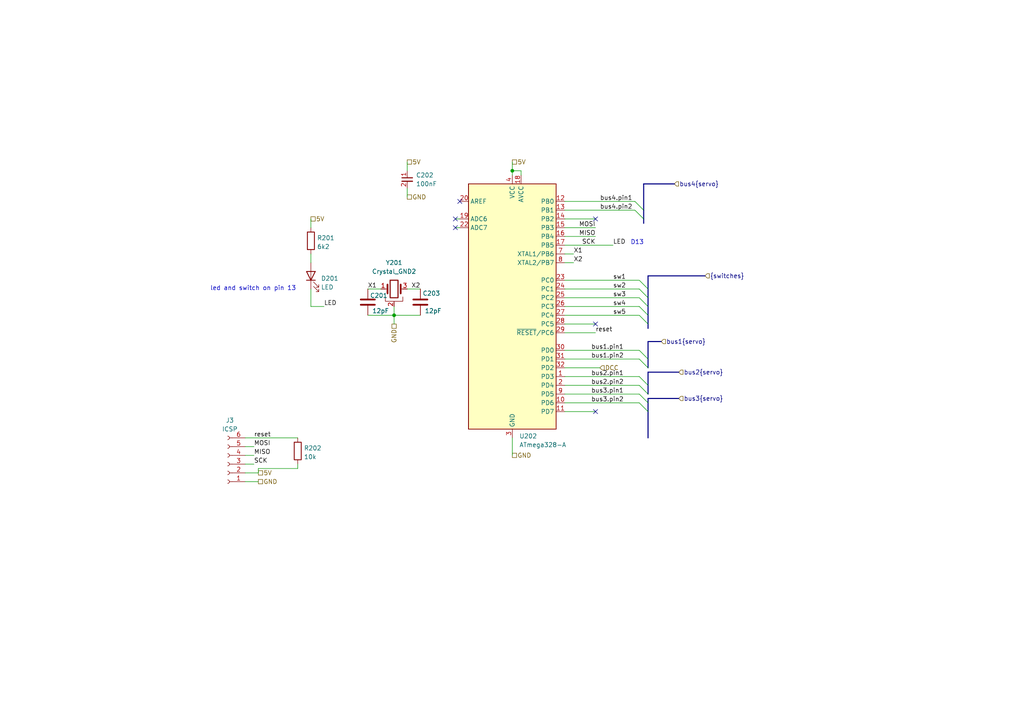
<source format=kicad_sch>
(kicad_sch (version 20231120) (generator "eeschema") (generator_version "8.0")
  (paper "A4")
  (lib_symbols
    (symbol "Connector:Conn_01x06_Socket" (pin_names (offset 1.016) hide)
      (property "Reference" "J" (at 0 7.62 0))
      (property "Value" "Conn_01x06_Socket" (at 0 -10.16 0))
      (symbol "Conn_01x06_Socket_1_1"
        (arc (start 0 -7.112) (mid -0.5058 -7.62) (end 0 -8.128) (stroke (width 0.1524)))
        (arc (start 0 -4.572) (mid -0.5058 -5.08) (end 0 -5.588) (stroke (width 0.1524)))
        (arc (start 0 -2.032) (mid -0.5058 -2.54) (end 0 -3.048) (stroke (width 0.1524)))
        (polyline (pts (xy -1.27 -7.62) (xy -0.508 -7.62)) (stroke (width 0.1524)))
        (polyline (pts (xy -1.27 -5.08) (xy -0.508 -5.08)) (stroke (width 0.1524)))
        (polyline (pts (xy -1.27 -2.54) (xy -0.508 -2.54)) (stroke (width 0.1524)))
        (polyline (pts (xy -1.27 0) (xy -0.508 0)) (stroke (width 0.1524)))
        (polyline (pts (xy -1.27 2.54) (xy -0.508 2.54)) (stroke (width 0.1524)))
        (polyline (pts (xy -1.27 5.08) (xy -0.508 5.08)) (stroke (width 0.1524)))
        (arc (start 0 0.508) (mid -0.5058 0) (end 0 -0.508) (stroke (width 0.1524)))
        (arc (start 0 3.048) (mid -0.5058 2.54) (end 0 2.032) (stroke (width 0.1524)))
        (arc (start 0 5.588) (mid -0.5058 5.08) (end 0 4.572) (stroke (width 0.1524)))
        (pin passive line (at -5.08 5.08 0) (length 3.81) (name "Pin_1") (number "1"))
        (pin passive line (at -5.08 2.54 0) (length 3.81) (name "Pin_2") (number "2"))
        (pin passive line (at -5.08 0 0) (length 3.81) (name "Pin_3") (number "3"))
        (pin passive line (at -5.08 -2.54 0) (length 3.81) (name "Pin_4") (number "4"))
        (pin passive line (at -5.08 -5.08 0) (length 3.81) (name "Pin_5") (number "5"))
        (pin passive line (at -5.08 -7.62 0) (length 3.81) (name "Pin_6") (number "6"))
      )
    )
    (symbol "Device:C" (pin_numbers hide) (pin_names (offset 0.254))
      (property "Reference" "C" (at 0.635 2.54 0))
      (property "Value" "C" (at 0.635 -2.54 0))
      (symbol "C_0_1"
        (polyline (pts (xy -2.032 -0.762) (xy 2.032 -0.762)) (stroke (width 0.508)))
        (polyline (pts (xy -2.032 0.762) (xy 2.032 0.762)) (stroke (width 0.508)))
      )
      (symbol "C_1_1"
        (pin passive line (at 0 3.81 270) (length 2.794) (name "~") (number "1"))
        (pin passive line (at 0 -3.81 90) (length 2.794) (name "~") (number "2"))
      )
    )
    (symbol "Device:LED" (pin_numbers hide) (pin_names (offset 1.016) hide)
      (property "Reference" "D" (at 0 2.54 0))
      (property "Value" "LED" (at 0 -2.54 0))
      (symbol "LED_0_1"
        (polyline (pts (xy -1.27 -1.27) (xy -1.27 1.27)) (stroke (width 0.254)))
        (polyline (pts (xy -1.27 0) (xy 1.27 0)))
        (polyline (pts (xy 1.27 -1.27) (xy 1.27 1.27) (xy -1.27 0) (xy 1.27 -1.27)) (stroke (width 0.254)))
        (polyline (pts (xy -3.048 -0.762) (xy -4.572 -2.286) (xy -3.81 -2.286) (xy -4.572 -2.286) (xy -4.572 -1.524)))
        (polyline (pts (xy -1.778 -0.762) (xy -3.302 -2.286) (xy -2.54 -2.286) (xy -3.302 -2.286) (xy -3.302 -1.524)))
      )
      (symbol "LED_1_1"
        (pin passive line (at -3.81 0 0) (length 2.54) (name "K") (number "1"))
        (pin passive line (at 3.81 0 180) (length 2.54) (name "A") (number "2"))
      )
    )
    (symbol "Device:R" (pin_numbers hide) (pin_names (offset 0))
      (property "Reference" "R" (at 2.032 0 90))
      (property "Value" "R" (at 0 0 90))
      (symbol "R_0_1"
        (rectangle (start -1.016 -2.54) (end 1.016 2.54) (stroke (width 0.254)))
      )
      (symbol "R_1_1"
        (pin passive line (at 0 3.81 270) (length 1.27) (name "~") (number "1"))
        (pin passive line (at 0 -3.81 90) (length 1.27) (name "~") (number "2"))
      )
    )
    (symbol "MCU_Microchip_ATmega:ATmega328-A"
      (property "Reference" "U" (at -12.7 36.83 0))
      (property "Value" "ATmega328-A" (at 2.54 -36.83 0))
      (symbol "ATmega328-A_0_1"
        (rectangle (start -12.7 -35.56) (end 12.7 35.56) (stroke (width 0.254)) (fill (type background)))
      )
      (symbol "ATmega328-A_1_1"
        (pin bidirectional line (at 15.24 -20.32 180) (length 2.54) (name "PD3") (number "1"))
        (pin bidirectional line (at 15.24 -27.94 180) (length 2.54) (name "PD6") (number "10"))
        (pin bidirectional line (at 15.24 -30.48 180) (length 2.54) (name "PD7") (number "11"))
        (pin bidirectional line (at 15.24 30.48 180) (length 2.54) (name "PB0") (number "12"))
        (pin bidirectional line (at 15.24 27.94 180) (length 2.54) (name "PB1") (number "13"))
        (pin bidirectional line (at 15.24 25.4 180) (length 2.54) (name "PB2") (number "14"))
        (pin bidirectional line (at 15.24 22.86 180) (length 2.54) (name "PB3") (number "15"))
        (pin bidirectional line (at 15.24 20.32 180) (length 2.54) (name "PB4") (number "16"))
        (pin bidirectional line (at 15.24 17.78 180) (length 2.54) (name "PB5") (number "17"))
        (pin power_in line (at 2.54 38.1 270) (length 2.54) (name "AVCC") (number "18"))
        (pin input line (at -15.24 25.4 0) (length 2.54) (name "ADC6") (number "19"))
        (pin bidirectional line (at 15.24 -22.86 180) (length 2.54) (name "PD4") (number "2"))
        (pin passive line (at -15.24 30.48 0) (length 2.54) (name "AREF") (number "20"))
        (pin passive line (at 0 -38.1 90) (length 2.54) hide (name "GND") (number "21"))
        (pin input line (at -15.24 22.86 0) (length 2.54) (name "ADC7") (number "22"))
        (pin bidirectional line (at 15.24 7.62 180) (length 2.54) (name "PC0") (number "23"))
        (pin bidirectional line (at 15.24 5.08 180) (length 2.54) (name "PC1") (number "24"))
        (pin bidirectional line (at 15.24 2.54 180) (length 2.54) (name "PC2") (number "25"))
        (pin bidirectional line (at 15.24 0 180) (length 2.54) (name "PC3") (number "26"))
        (pin bidirectional line (at 15.24 -2.54 180) (length 2.54) (name "PC4") (number "27"))
        (pin bidirectional line (at 15.24 -5.08 180) (length 2.54) (name "PC5") (number "28"))
        (pin bidirectional line (at 15.24 -7.62 180) (length 2.54) (name "~{RESET}/PC6") (number "29"))
        (pin power_in line (at 0 -38.1 90) (length 2.54) (name "GND") (number "3"))
        (pin bidirectional line (at 15.24 -12.7 180) (length 2.54) (name "PD0") (number "30"))
        (pin bidirectional line (at 15.24 -15.24 180) (length 2.54) (name "PD1") (number "31"))
        (pin bidirectional line (at 15.24 -17.78 180) (length 2.54) (name "PD2") (number "32"))
        (pin power_in line (at 0 38.1 270) (length 2.54) (name "VCC") (number "4"))
        (pin passive line (at 0 -38.1 90) (length 2.54) hide (name "GND") (number "5"))
        (pin passive line (at 0 38.1 270) (length 2.54) hide (name "VCC") (number "6"))
        (pin bidirectional line (at 15.24 15.24 180) (length 2.54) (name "XTAL1/PB6") (number "7"))
        (pin bidirectional line (at 15.24 12.7 180) (length 2.54) (name "XTAL2/PB7") (number "8"))
        (pin bidirectional line (at 15.24 -25.4 180) (length 2.54) (name "PD5") (number "9"))
      )
    )
    (symbol "capacitor_miscellaneous:C_0402_100nF"
      (property "Reference" "U" (at 1.27 2.54 0))
      (property "Value" "100nF" (at 3.81 -2.54 0))
      (property "JLCPCB Part#" "C307331" (at 0 0 0))
      (symbol "C_0402_100nF_0_1"
        (polyline (pts (xy -1.524 -0.508) (xy 1.524 -0.508)) (stroke (width 0.3302)))
        (polyline (pts (xy -1.524 0.508) (xy 1.524 0.508)) (stroke (width 0.3048)))
      )
      (symbol "C_0402_100nF_1_1"
        (pin passive line (at 0 2.54 270) (length 2.032) (name "~") (number "1"))
        (pin passive line (at 0 -2.54 90) (length 2.032) (name "~") (number "2"))
      )
    )
    (symbol "custom_kicad_lib_sk:crystal_arduino" (pin_names (offset 1.016) hide)
      (property "Reference" "Y" (at 0 5.715 0))
      (property "Value" "Crystal_GND2" (at 0 3.81 0))
      (property "JLCPCB Part#" "C13738" (at 0 0 0))
      (symbol "crystal_arduino_0_1"
        (rectangle (start -1.143 2.54) (end 1.143 -2.54) (stroke (width 0.3048)))
        (polyline (pts (xy -2.54 0) (xy -1.905 0)))
        (polyline (pts (xy -1.905 -1.27) (xy -1.905 1.27)) (stroke (width 0.508)))
        (polyline (pts (xy 0 -3.81) (xy 0 -3.556)))
        (polyline (pts (xy 1.905 0) (xy 2.54 0)))
        (polyline (pts (xy 1.905 1.27) (xy 1.905 -1.27)) (stroke (width 0.508)))
        (polyline (pts (xy -2.54 -2.286) (xy -2.54 -3.556) (xy 2.54 -3.556) (xy 2.54 -2.286)))
      )
      (symbol "crystal_arduino_1_1"
        (pin passive line (at -3.81 0 0) (length 1.27) (name "1") (number "1"))
        (pin passive line (at 0 -5.08 90) (length 1.27) (name "GND") (number "2"))
        (pin passive line (at 3.81 0 180) (length 1.27) (name "3") (number "3"))
        (pin passive line (at 0 -5.08 90) (length 1.27) hide (name "GND") (number "4"))
      )
    )
  )
  (junction (at 114.3 91.44))
  (junction (at 148.59 49.53))
  (no_connect (at 172.72 93.98))
  (no_connect (at 172.72 63.5))
  (no_connect (at 133.35 58.42))
  (no_connect (at 132.08 63.5))
  (no_connect (at 172.72 119.38))
  (no_connect (at 132.08 66.04))
  (bus_entry (at 187.96 111.76) (size -2.54 -2.54))
  (bus_entry (at 187.96 119.38) (size -2.54 -2.54))
  (bus_entry (at 187.96 114.3) (size -2.54 -2.54))
  (bus_entry (at 186.69 60.96) (size -2.54 -2.54))
  (bus_entry (at 187.96 104.14) (size -2.54 -2.54))
  (bus_entry (at 187.96 106.68) (size -2.54 -2.54))
  (bus_entry (at 186.69 63.5) (size -2.54 -2.54))
  (bus_entry (at 185.42 81.28) (size 2.54 2.54))
  (bus_entry (at 185.42 88.9) (size 2.54 2.54))
  (bus_entry (at 185.42 86.36) (size 2.54 2.54))
  (bus_entry (at 185.42 83.82) (size 2.54 2.54))
  (bus_entry (at 187.96 116.84) (size -2.54 -2.54))
  (bus_entry (at 185.42 91.44) (size 2.54 2.54))
  (wire (pts (xy 148.59 49.53) (xy 148.59 50.8)))
  (wire (pts (xy 71.12 127) (xy 86.36 127)))
  (wire (pts (xy 86.36 134.62) (xy 86.36 135.89)))
  (wire (pts (xy 114.3 91.44) (xy 121.92 91.44)))
  (wire (pts (xy 74.93 135.89) (xy 86.36 135.89)))
  (wire (pts (xy 163.83 66.04) (xy 172.72 66.04)))
  (wire (pts (xy 151.13 49.53) (xy 148.59 49.53)))
  (bus (pts (xy 187.96 111.76) (xy 187.96 107.95)))
  (wire (pts (xy 163.83 91.44) (xy 185.42 91.44)))
  (wire (pts (xy 163.83 116.84) (xy 185.42 116.84)))
  (wire (pts (xy 71.12 132.08) (xy 73.66 132.08)))
  (bus (pts (xy 187.96 107.95) (xy 196.85 107.95)))
  (wire (pts (xy 110.49 83.82) (xy 106.68 83.82)))
  (bus (pts (xy 186.69 63.5) (xy 186.69 60.96)))
  (wire (pts (xy 163.83 106.68) (xy 173.99 106.68)))
  (wire (pts (xy 163.83 93.98) (xy 172.72 93.98)))
  (bus (pts (xy 187.96 91.44) (xy 187.96 88.9)))
  (bus (pts (xy 186.69 64.77) (xy 186.69 63.5)))
  (wire (pts (xy 71.12 129.54) (xy 73.66 129.54)))
  (wire (pts (xy 71.12 139.7) (xy 74.93 139.7)))
  (wire (pts (xy 90.17 83.82) (xy 90.17 88.9)))
  (bus (pts (xy 187.96 88.9) (xy 187.96 86.36)))
  (wire (pts (xy 163.83 96.52) (xy 172.72 96.52)))
  (wire (pts (xy 163.83 68.58) (xy 172.72 68.58)))
  (bus (pts (xy 187.96 80.01) (xy 204.47 80.01)))
  (wire (pts (xy 163.83 76.2) (xy 166.37 76.2)))
  (wire (pts (xy 148.59 127) (xy 148.59 132.08)))
  (wire (pts (xy 74.93 137.16) (xy 74.93 135.89)))
  (wire (pts (xy 163.83 114.3) (xy 185.42 114.3)))
  (wire (pts (xy 132.08 63.5) (xy 133.35 63.5)))
  (wire (pts (xy 71.12 137.16) (xy 74.93 137.16)))
  (wire (pts (xy 163.83 88.9) (xy 185.42 88.9)))
  (wire (pts (xy 90.17 73.66) (xy 90.17 76.2)))
  (wire (pts (xy 114.3 88.9) (xy 114.3 91.44)))
  (wire (pts (xy 118.11 83.82) (xy 121.92 83.82)))
  (wire (pts (xy 132.08 66.04) (xy 133.35 66.04)))
  (wire (pts (xy 163.83 81.28) (xy 185.42 81.28)))
  (bus (pts (xy 187.96 99.06) (xy 191.77 99.06)))
  (wire (pts (xy 148.59 46.99) (xy 148.59 49.53)))
  (wire (pts (xy 163.83 58.42) (xy 184.15 58.42)))
  (wire (pts (xy 163.83 73.66) (xy 166.37 73.66)))
  (wire (pts (xy 163.83 119.38) (xy 172.72 119.38)))
  (wire (pts (xy 90.17 63.5) (xy 90.17 66.04)))
  (bus (pts (xy 187.96 114.3) (xy 187.96 111.76)))
  (wire (pts (xy 163.83 71.12) (xy 177.8 71.12)))
  (bus (pts (xy 187.96 119.38) (xy 187.96 116.84)))
  (wire (pts (xy 118.11 54.61) (xy 118.11 57.15)))
  (wire (pts (xy 93.98 88.9) (xy 90.17 88.9)))
  (bus (pts (xy 187.96 104.14) (xy 187.96 106.68)))
  (wire (pts (xy 163.83 86.36) (xy 185.42 86.36)))
  (bus (pts (xy 187.96 116.84) (xy 187.96 115.57)))
  (wire (pts (xy 163.83 60.96) (xy 184.15 60.96)))
  (wire (pts (xy 163.83 104.14) (xy 185.42 104.14)))
  (wire (pts (xy 106.68 91.44) (xy 114.3 91.44)))
  (wire (pts (xy 118.11 46.99) (xy 118.11 49.53)))
  (wire (pts (xy 163.83 101.6) (xy 185.42 101.6)))
  (wire (pts (xy 114.3 91.44) (xy 114.3 93.98)))
  (wire (pts (xy 151.13 50.8) (xy 151.13 49.53)))
  (bus (pts (xy 187.96 86.36) (xy 187.96 83.82)))
  (bus (pts (xy 187.96 127) (xy 187.96 119.38)))
  (bus (pts (xy 187.96 83.82) (xy 187.96 80.01)))
  (bus (pts (xy 187.96 99.06) (xy 187.96 104.14)))
  (bus (pts (xy 187.96 93.98) (xy 187.96 91.44)))
  (bus (pts (xy 187.96 115.57) (xy 196.85 115.57)))
  (wire (pts (xy 163.83 111.76) (xy 185.42 111.76)))
  (wire (pts (xy 163.83 83.82) (xy 185.42 83.82)))
  (bus (pts (xy 187.96 95.25) (xy 187.96 93.98)))
  (wire (pts (xy 163.83 109.22) (xy 185.42 109.22)))
  (bus (pts (xy 186.69 53.34) (xy 195.58 53.34)))
  (bus (pts (xy 186.69 60.96) (xy 186.69 53.34)))
  (wire (pts (xy 163.83 63.5) (xy 172.72 63.5)))
  (wire (pts (xy 71.12 134.62) (xy 73.66 134.62)))
  (text "led and switch on pin 13" (at 60.96 84.455 0) (effects (font (size 1.27 1.27)) (justify left bottom)))
  (text "D13" (at 182.88 71.12 0) (effects (font (size 1.27 1.27)) (justify left bottom)))
  (label "bus1.pin2" (at 171.45 104.14 0))
  (label "reset" (at 172.72 96.52 0))
  (label "bus2.pin1" (at 171.45 109.22 0))
  (label "X1" (at 106.68 83.82 0))
  (label "X2" (at 166.37 76.2 0))
  (label "bus4.pin2" (at 173.99 60.96 0))
  (label "SCK" (at 73.66 134.62 0))
  (label "bus2.pin2" (at 171.45 111.76 0))
  (label "sw3" (at 177.8 86.36 0))
  (label "bus3.pin1" (at 171.45 114.3 0))
  (label "MOSI" (at 172.72 66.04 180))
  (label "bus4.pin1" (at 173.99 58.42 0))
  (label "MISO" (at 73.66 132.08 0))
  (label "bus1.pin1" (at 171.45 101.6 0))
  (label "LED" (at 177.8 71.12 0))
  (label "X1" (at 166.37 73.66 0))
  (label "sw2" (at 177.8 83.82 0))
  (label "SCK" (at 172.72 71.12 180))
  (label "sw5" (at 177.8 91.44 0))
  (label "MISO" (at 172.72 68.58 180))
  (label "bus3.pin2" (at 171.45 116.84 0))
  (label "MOSI" (at 73.66 129.54 0))
  (label "reset" (at 73.66 127 0))
  (label "LED" (at 93.98 88.9 0))
  (label "sw4" (at 177.8 88.9 0))
  (label "sw1" (at 177.8 81.28 0))
  (label "X2" (at 121.92 83.82 180))
  (hierarchical_label "{switches}" (shape input) (at 204.47 80.01 0))
  (hierarchical_label "bus2{servo}" (shape input) (at 196.85 107.95 0))
  (hierarchical_label "DCC" (shape input) (at 173.99 106.68 0))
  (hierarchical_label "5V" (shape passive) (at 74.93 137.16 0))
  (hierarchical_label "5V" (shape passive) (at 148.59 46.99 0))
  (hierarchical_label "5V" (shape passive) (at 118.11 46.99 0))
  (hierarchical_label "GND" (shape passive) (at 74.93 139.7 0))
  (hierarchical_label "GND" (shape passive) (at 118.11 57.15 0))
  (hierarchical_label "bus4{servo}" (shape input) (at 195.58 53.34 0))
  (hierarchical_label "GND" (shape passive) (at 148.59 132.08 0))
  (hierarchical_label "bus3{servo}" (shape input) (at 196.85 115.57 0))
  (hierarchical_label "GND" (shape passive) (at 114.3 93.98 270))
  (hierarchical_label "bus1{servo}" (shape input) (at 191.77 99.06 0))
  (hierarchical_label "5V" (shape passive) (at 90.17 63.5 0))
  (symbol (lib_id "custom_kicad_lib_sk:crystal_arduino") (at 114.3 83.82 0) (unit 1)
    (property "Reference" "Y201" (at 114.3 76.2 0))
    (property "Value" "Crystal_GND2" (at 114.3 78.74 0))
    (property "Footprint" "custom_kicad_lib_sk:crystal_arduino" (effects (hide yes)))
    (property "JLCPCB Part#" "C13738" (effects (hide yes)))
    (instances (project "atmega328" (path "" (reference "Y201") (unit 1))) (project "OS-servoDriver" (path "" (reference "Y201") (unit 1))) (project "general_schematics" (path "" (reference "Y?") (unit 1)) (path "" (reference "Y1401") (unit 1))))
  )
  (symbol (lib_id "Device:C") (at 121.92 87.63 180) (unit 1)
    (property "Reference" "C203" (at 122.555 85.09 0) (effects (justify right)))
    (property "Value" "12pF" (at 123.19 90.17 0) (effects (justify right)))
    (property "Footprint" "Capacitor_SMD:C_0603_1608Metric" (effects (hide yes)))
    (property "JLCPCB Part#" "C38523" (effects (hide yes)))
    (instances (project "atmega328" (path "" (reference "C203") (unit 1))) (project "OS-servoDriver" (path "" (reference "C203") (unit 1))) (project "general_schematics" (path "" (reference "C?") (unit 1)) (path "" (reference "C1403") (unit 1))))
  )
  (symbol (lib_id "Device:R") (at 90.17 69.85 0) (unit 1)
    (property "Reference" "R201" (at 91.948 69.0153 0) (effects (justify left)))
    (property "Value" "6k2" (at 91.948 71.5522 0) (effects (justify left)))
    (property "Footprint" "Resistor_SMD:R_0603_1608Metric_Pad0.98x0.95mm_HandSolder" (effects (hide yes)))
    (property "JLCPCB Part#" "C4260" (effects (hide yes)))
    (instances (project "atmega328" (path "" (reference "R201") (unit 1))) (project "OS-servoDriver" (path "" (reference "R201") (unit 1))) (project "general_schematics" (path "" (reference "R1401") (unit 1))))
  )
  (symbol (lib_id "MCU_Microchip_ATmega:ATmega328-A") (at 148.59 88.9 0) (unit 1)
    (property "Reference" "U202" (at 150.6094 126.4904 0) (effects (justify left)))
    (property "Value" "ATmega328-A" (at 150.6094 129.0273 0) (effects (justify left)))
    (property "Footprint" "Package_QFP:TQFP-32_7x7mm_P0.8mm" (effects (hide yes)))
    (property "Datasheet" "http://ww1.microchip.com/downloads/en/DeviceDoc/ATmega328_P%20AVR%20MCU%20with%20picoPower%20Technology%20Data%20Sheet%2040001984A.pdf" (effects (hide yes)))
    (property "JLCPCB Part#" "C14877" (effects (hide yes)))
    (instances (project "atmega328" (path "" (reference "U202") (unit 1))) (project "OS-servoDriver" (path "" (reference "U202") (unit 1))) (project "general_schematics" (path "" (reference "U1402") (unit 1))))
  )
  (symbol (lib_id "Device:C") (at 106.68 87.63 180) (unit 1)
    (property "Reference" "C201" (at 107.315 85.725 0) (effects (justify right)))
    (property "Value" "12pF" (at 107.95 90.17 0) (effects (justify right)))
    (property "Footprint" "Capacitor_SMD:C_0603_1608Metric" (effects (hide yes)))
    (property "JLCPCB Part#" "C38523" (effects (hide yes)))
    (instances (project "atmega328" (path "" (reference "C201") (unit 1))) (project "OS-servoDriver" (path "" (reference "C201") (unit 1))) (project "general_schematics" (path "" (reference "C?") (unit 1)) (path "" (reference "C1401") (unit 1))))
  )
  (symbol (lib_id "Device:LED") (at 90.17 80.01 90) (unit 1)
    (property "Reference" "D201" (at 93.091 80.7628 90) (effects (justify right)))
    (property "Value" "LED" (at 93.091 83.2997 90) (effects (justify right)))
    (property "Footprint" "LED_SMD:LED_0805_2012Metric_Pad1.15x1.40mm_HandSolder" (effects (hide yes)))
    (property "JLCPCB Part#" "C84256" (effects (hide yes)))
    (instances (project "atmega328" (path "" (reference "D201") (unit 1))) (project "OS-servoDriver" (path "" (reference "D201") (unit 1))) (project "general_schematics" (path "" (reference "D1401") (unit 1))))
  )
  (symbol (lib_id "Device:R") (at 86.36 130.81 0) (unit 1)
    (property "Reference" "R202" (at 88.138 129.9753 0) (effects (justify left)))
    (property "Value" "10k" (at 88.138 132.5122 0) (effects (justify left)))
    (property "Footprint" "Resistor_SMD:R_0402_1005Metric_Pad0.72x0.64mm_HandSolder" (effects (hide yes)))
    (property "JLCPCB Part#" "C25744" (effects (hide yes)))
    (instances (project "atmega328" (path "" (reference "R202") (unit 1))) (project "OS-servoDriver" (path "" (reference "R202") (unit 1))) (project "general_schematics" (path "" (reference "R1402") (unit 1))))
  )
  (symbol (lib_id "capacitor_miscellaneous:C_0402_100nF") (at 118.11 52.07 0) (unit 1)
    (property "Reference" "C202" (at 120.65 50.8063 0) (effects (justify left)))
    (property "Value" "100nF" (at 120.65 53.3463 0) (effects (justify left)))
    (property "Footprint" "Capacitor_SMD:C_0402_1005Metric" (effects (hide yes)))
    (property "JLCPCB Part#" "C307331" (effects (hide yes)))
  )
  (symbol (lib_id "Connector:Conn_01x06_Socket") (at 66.04 134.62 180) (unit 1)
    (property "Reference" "J3" (at 66.675 121.92 0))
    (property "Value" "ICSP" (at 66.675 124.46 0))
    (property "Footprint" "Connector_PinHeader_2.54mm:PinHeader_1x06_P2.54mm_Vertical" (effects (hide yes)))
    (instances (project "solenoidDecoder" (path "" (reference "J3") (unit 1))) (project "OS-servoDriver" (path "" (reference "J201") (unit 1))))
  )
)
</source>
